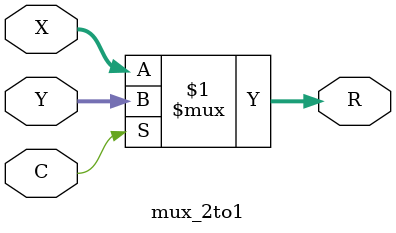
<source format=v>
`timescale 1ns / 1ps
`default_nettype none
module mux_2to1(X,Y,C,R);
   // Parameter for width of input and output buses.
   parameter N = 32;

   //port definitions
   input  wire [(N-1):0] X, Y;
   input  wire           C;
   output wire [(N-1):0] R;

   // 2-to-1 mux logic: if C then X else Y.
   assign R = C ? Y : X;

endmodule
`default_nettype wire

</source>
